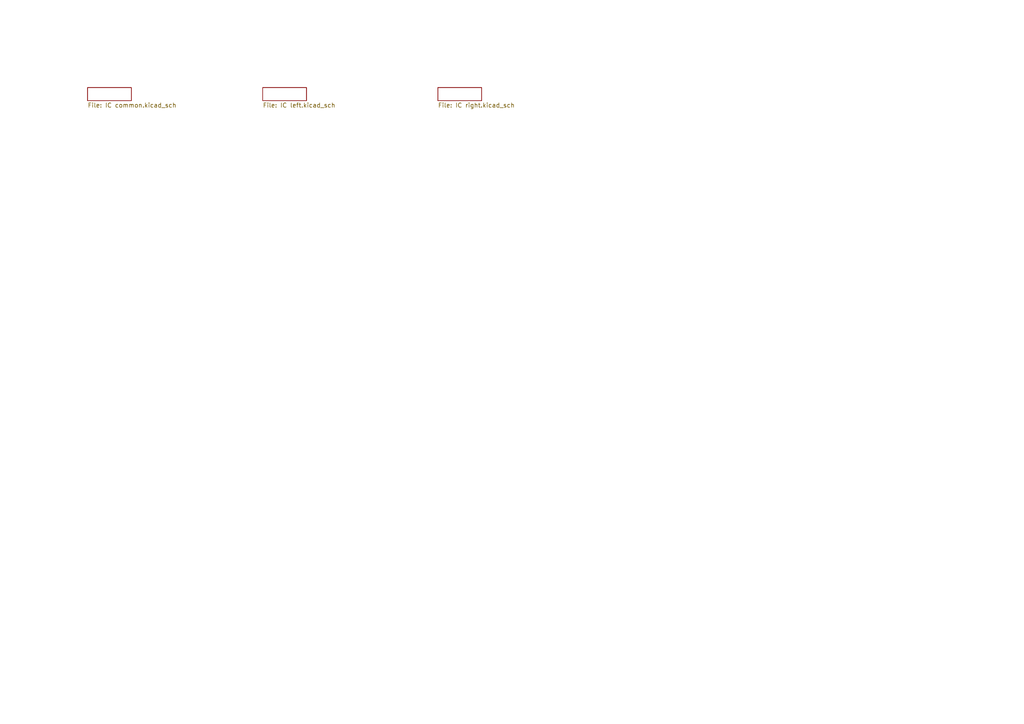
<source format=kicad_sch>
(kicad_sch
	(version 20250114)
	(generator "eeschema")
	(generator_version "9.0")
	(uuid "863b94c9-7a80-441e-85ed-4b1dd476284d")
	(paper "A4")
	(lib_symbols)
	(sheet
		(at 76.2 25.4)
		(size 12.7 3.81)
		(exclude_from_sim no)
		(in_bom yes)
		(on_board yes)
		(dnp no)
		(fields_autoplaced yes)
		(stroke
			(width 0)
			(type solid)
		)
		(fill
			(color 0 0 0 0.0000)
		)
		(uuid "69fddaf8-4966-4cd6-aafd-24dfba0eb5ee")
		(property "Sheetname" ""
			(at 76.2 24.6884 0)
			(effects
				(font
					(size 1.27 1.27)
				)
				(justify left bottom)
			)
		)
		(property "Sheetfile" "IC left.kicad_sch"
			(at 76.2 29.7946 0)
			(effects
				(font
					(size 1.27 1.27)
				)
				(justify left top)
			)
		)
		(instances
			(project "CBCM test PCB"
				(path "/863b94c9-7a80-441e-85ed-4b1dd476284d"
					(page "3")
				)
			)
		)
	)
	(sheet
		(at 25.4 25.4)
		(size 12.7 3.81)
		(exclude_from_sim no)
		(in_bom yes)
		(on_board yes)
		(dnp no)
		(fields_autoplaced yes)
		(stroke
			(width 0)
			(type solid)
		)
		(fill
			(color 0 0 0 0.0000)
		)
		(uuid "d09b7568-b4ef-4f61-a863-8380e0170464")
		(property "Sheetname" ""
			(at 25.4 24.6884 0)
			(effects
				(font
					(size 1.27 1.27)
				)
				(justify left bottom)
			)
		)
		(property "Sheetfile" "IC common.kicad_sch"
			(at 25.4 29.7946 0)
			(effects
				(font
					(size 1.27 1.27)
				)
				(justify left top)
			)
		)
		(instances
			(project "CBCM test PCB"
				(path "/863b94c9-7a80-441e-85ed-4b1dd476284d"
					(page "2")
				)
			)
		)
	)
	(sheet
		(at 127 25.4)
		(size 12.7 3.81)
		(exclude_from_sim no)
		(in_bom yes)
		(on_board yes)
		(dnp no)
		(fields_autoplaced yes)
		(stroke
			(width 0)
			(type solid)
		)
		(fill
			(color 0 0 0 0.0000)
		)
		(uuid "e8b4b773-6870-45e8-a8b4-509f2244950f")
		(property "Sheetname" ""
			(at 127 24.6884 0)
			(effects
				(font
					(size 1.27 1.27)
				)
				(justify left bottom)
			)
		)
		(property "Sheetfile" "IC right.kicad_sch"
			(at 127 29.7946 0)
			(effects
				(font
					(size 1.27 1.27)
				)
				(justify left top)
			)
		)
		(instances
			(project "CBCM test PCB"
				(path "/863b94c9-7a80-441e-85ed-4b1dd476284d"
					(page "4")
				)
			)
		)
	)
	(sheet_instances
		(path "/"
			(page "#")
		)
	)
	(embedded_fonts no)
)

</source>
